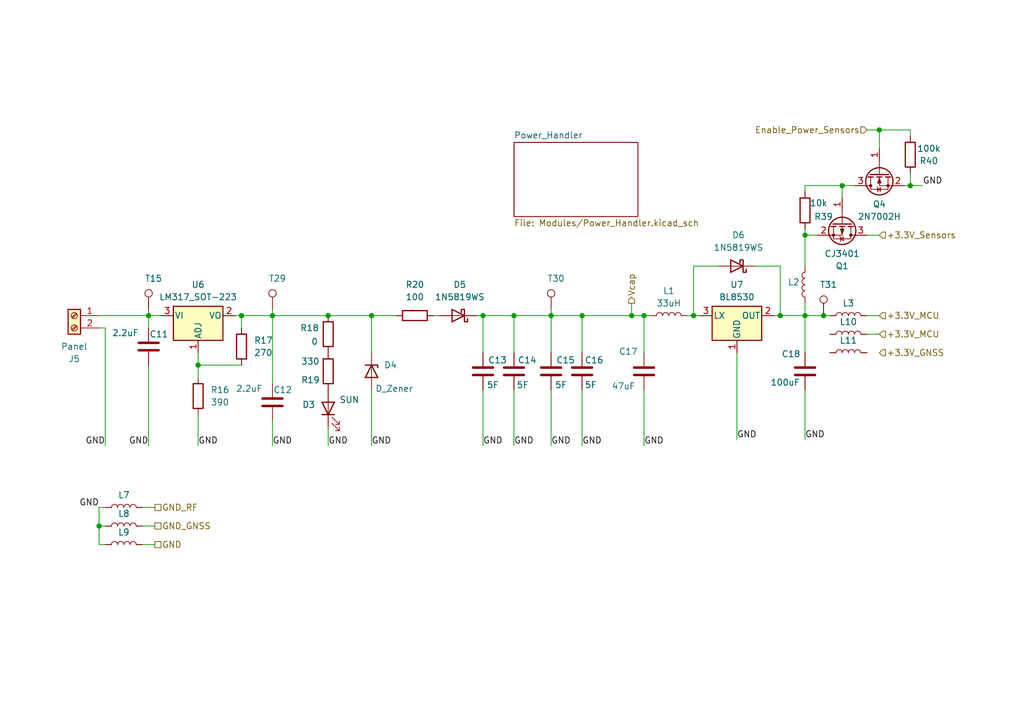
<source format=kicad_sch>
(kicad_sch (version 20231120) (generator "eeschema") (generator_version "8.0")
  (paper "A5")
  (title_block (title "RTC") (date "2024-04-17") (rev "1.0"))
  (lib_symbols
    (symbol "Connector:Screw_Terminal_01x02" (pin_names (offset 1.016) hide)
      (property "Reference" "J" (at 0 2.54 0))
      (property "Value" "Screw_Terminal_01x02" (at 0 -5.08 0))
      (symbol "Screw_Terminal_01x02_1_1"
        (rectangle (start -1.27 1.27) (end 1.27 -3.81) (stroke (width 0.254)) (fill (type background)))
        (circle (center 0 -2.54) (radius 0.635) (stroke (width 0.1524)))
        (polyline (pts (xy -0.5334 -2.2098) (xy 0.3302 -3.048)) (stroke (width 0.1524)))
        (polyline (pts (xy -0.5334 0.3302) (xy 0.3302 -0.508)) (stroke (width 0.1524)))
        (polyline (pts (xy -0.3556 -2.032) (xy 0.508 -2.8702)) (stroke (width 0.1524)))
        (polyline (pts (xy -0.3556 0.508) (xy 0.508 -0.3302)) (stroke (width 0.1524)))
        (circle (center 0 0) (radius 0.635) (stroke (width 0.1524)))
        (pin passive line (at -5.08 0 0) (length 3.81) (name "Pin_1") (number "1"))
        (pin passive line (at -5.08 -2.54 0) (length 3.81) (name "Pin_2") (number "2"))
      )
    )
    (symbol "Connector:TestPoint" (pin_numbers hide) (pin_names (offset 0.762) hide)
      (property "Reference" "TP" (at 0 6.858 0))
      (property "Value" "TestPoint" (at 0 5.08 0))
      (symbol "TestPoint_0_1"
        (circle (center 0 3.302) (radius 0.762))
      )
      (symbol "TestPoint_1_1"
        (pin passive line (at 0 0 90) (length 2.54) (name "1") (number "1"))
      )
    )
    (symbol "Device:C" (pin_numbers hide) (pin_names (offset 0.254))
      (property "Reference" "C" (at 0.635 2.54 0))
      (property "Value" "C" (at 0.635 -2.54 0))
      (symbol "C_0_1"
        (polyline (pts (xy -2.032 -0.762) (xy 2.032 -0.762)) (stroke (width 0.508)))
        (polyline (pts (xy -2.032 0.762) (xy 2.032 0.762)) (stroke (width 0.508)))
      )
      (symbol "C_1_1"
        (pin passive line (at 0 3.81 270) (length 2.794) (name "~") (number "1"))
        (pin passive line (at 0 -3.81 90) (length 2.794) (name "~") (number "2"))
      )
    )
    (symbol "Device:D_Zener" (pin_numbers hide) (pin_names (offset 1.016) hide)
      (property "Reference" "D" (at 0 2.54 0))
      (property "Value" "D_Zener" (at 0 -2.54 0))
      (symbol "D_Zener_0_1"
        (polyline (pts (xy 1.27 0) (xy -1.27 0)))
        (polyline (pts (xy -1.27 -1.27) (xy -1.27 1.27) (xy -0.762 1.27)) (stroke (width 0.254)))
        (polyline (pts (xy 1.27 -1.27) (xy 1.27 1.27) (xy -1.27 0) (xy 1.27 -1.27)) (stroke (width 0.254)))
      )
      (symbol "D_Zener_1_1"
        (pin passive line (at -3.81 0 0) (length 2.54) (name "K") (number "1"))
        (pin passive line (at 3.81 0 180) (length 2.54) (name "A") (number "2"))
      )
    )
    (symbol "Device:L" (pin_numbers hide) (pin_names (offset 1.016) hide)
      (property "Reference" "L" (at -1.27 0 90))
      (property "Value" "L" (at 1.905 0 90))
      (symbol "L_0_1"
        (arc (start 0 -2.54) (mid 0.6323 -1.905) (end 0 -1.27))
        (arc (start 0 -1.27) (mid 0.6323 -0.635) (end 0 0))
        (arc (start 0 0) (mid 0.6323 0.635) (end 0 1.27))
        (arc (start 0 1.27) (mid 0.6323 1.905) (end 0 2.54))
      )
      (symbol "L_1_1"
        (pin passive line (at 0 3.81 270) (length 1.27) (name "1") (number "1"))
        (pin passive line (at 0 -3.81 90) (length 1.27) (name "2") (number "2"))
      )
    )
    (symbol "Device:LED" (pin_numbers hide) (pin_names (offset 1.016) hide)
      (property "Reference" "D" (at 0 2.54 0))
      (property "Value" "LED" (at 0 -2.54 0))
      (symbol "LED_0_1"
        (polyline (pts (xy -1.27 -1.27) (xy -1.27 1.27)) (stroke (width 0.254)))
        (polyline (pts (xy -1.27 0) (xy 1.27 0)))
        (polyline (pts (xy 1.27 -1.27) (xy 1.27 1.27) (xy -1.27 0) (xy 1.27 -1.27)) (stroke (width 0.254)))
        (polyline (pts (xy -3.048 -0.762) (xy -4.572 -2.286) (xy -3.81 -2.286) (xy -4.572 -2.286) (xy -4.572 -1.524)))
        (polyline (pts (xy -1.778 -0.762) (xy -3.302 -2.286) (xy -2.54 -2.286) (xy -3.302 -2.286) (xy -3.302 -1.524)))
      )
      (symbol "LED_1_1"
        (pin passive line (at -3.81 0 0) (length 2.54) (name "K") (number "1"))
        (pin passive line (at 3.81 0 180) (length 2.54) (name "A") (number "2"))
      )
    )
    (symbol "Device:R" (pin_numbers hide) (pin_names (offset 0))
      (property "Reference" "R" (at 2.032 0 90))
      (property "Value" "R" (at 0 0 90))
      (symbol "R_0_1"
        (rectangle (start -1.016 -2.54) (end 1.016 2.54) (stroke (width 0.254)))
      )
      (symbol "R_1_1"
        (pin passive line (at 0 3.81 270) (length 1.27) (name "~") (number "1"))
        (pin passive line (at 0 -3.81 90) (length 1.27) (name "~") (number "2"))
      )
    )
    (symbol "Diode:1N5819WS" (pin_numbers hide) (pin_names (offset 1.016) hide)
      (property "Reference" "D" (at 0 2.54 0))
      (property "Value" "1N5819WS" (at 0 -2.54 0))
      (symbol "1N5819WS_0_1"
        (polyline (pts (xy 1.27 0) (xy -1.27 0)))
        (polyline (pts (xy 1.27 1.27) (xy 1.27 -1.27) (xy -1.27 0) (xy 1.27 1.27)) (stroke (width 0.254)))
        (polyline (pts (xy -1.905 0.635) (xy -1.905 1.27) (xy -1.27 1.27) (xy -1.27 -1.27) (xy -0.635 -1.27) (xy -0.635 -0.635)) (stroke (width 0.254)))
      )
      (symbol "1N5819WS_1_1"
        (pin passive line (at -3.81 0 0) (length 2.54) (name "K") (number "1"))
        (pin passive line (at 3.81 0 180) (length 2.54) (name "A") (number "2"))
      )
    )
    (symbol "Regulator_Linear:AP130-15Y" (pin_names (offset 0.254))
      (property "Reference" "U12" (at 0 6.35 0))
      (property "Value" "BL8530" (at 0 3.81 0))
      (symbol "AP130-15Y_0_1"
        (rectangle (start -5.08 1.905) (end 5.08 -5.08) (stroke (width 0.254)) (fill (type background)))
      )
      (symbol "AP130-15Y_1_1"
        (pin power_in line (at 0 -7.62 90) (length 2.54) (name "GND") (number "1"))
        (pin power_out line (at 7.62 0 180) (length 2.54) (name "OUT") (number "2"))
        (pin power_in line (at -7.62 0 0) (length 2.54) (name "LX") (number "3"))
      )
    )
    (symbol "Regulator_Linear:LM317_SOT-223" (pin_names (offset 0.254))
      (property "Reference" "U" (at -3.81 3.175 0))
      (property "Value" "LM317_SOT-223" (at 0 3.175 0))
      (symbol "LM317_SOT-223_0_1"
        (rectangle (start -5.08 1.905) (end 5.08 -5.08) (stroke (width 0.254)) (fill (type background)))
      )
      (symbol "LM317_SOT-223_1_1"
        (pin input line (at 0 -7.62 90) (length 2.54) (name "ADJ") (number "1"))
        (pin power_out line (at 7.62 0 180) (length 2.54) (name "VO") (number "2"))
        (pin power_in line (at -7.62 0 0) (length 2.54) (name "VI") (number "3"))
      )
    )
    (symbol "Transistor_FET:2N7002H" (pin_names hide)
      (property "Reference" "Q" (at 5.08 1.905 0))
      (property "Value" "2N7002H" (at 5.08 0 0))
      (symbol "2N7002H_0_1"
        (polyline (pts (xy 0.254 0) (xy -2.54 0)))
        (polyline (pts (xy 0.254 1.905) (xy 0.254 -1.905)) (stroke (width 0.254)))
        (polyline (pts (xy 0.762 -1.27) (xy 0.762 -2.286)) (stroke (width 0.254)))
        (polyline (pts (xy 0.762 0.508) (xy 0.762 -0.508)) (stroke (width 0.254)))
        (polyline (pts (xy 0.762 2.286) (xy 0.762 1.27)) (stroke (width 0.254)))
        (polyline (pts (xy 2.54 2.54) (xy 2.54 1.778)))
        (polyline (pts (xy 2.54 -2.54) (xy 2.54 0) (xy 0.762 0)))
        (polyline (pts (xy 0.762 -1.778) (xy 3.302 -1.778) (xy 3.302 1.778) (xy 0.762 1.778)))
        (polyline (pts (xy 1.016 0) (xy 2.032 0.381) (xy 2.032 -0.381) (xy 1.016 0)) (fill (type outline)))
        (polyline (pts (xy 2.794 0.508) (xy 2.921 0.381) (xy 3.683 0.381) (xy 3.81 0.254)))
        (polyline (pts (xy 3.302 0.381) (xy 2.921 -0.254) (xy 3.683 -0.254) (xy 3.302 0.381)))
        (circle (center 1.651 0) (radius 2.794) (stroke (width 0.254)))
        (circle (center 2.54 -1.778) (radius 0.254) (fill (type outline)))
        (circle (center 2.54 1.778) (radius 0.254) (fill (type outline)))
      )
      (symbol "2N7002H_1_1"
        (pin input line (at -5.08 0 0) (length 2.54) (name "G") (number "1"))
        (pin passive line (at 2.54 -5.08 90) (length 2.54) (name "S") (number "2"))
        (pin passive line (at 2.54 5.08 270) (length 2.54) (name "D") (number "3"))
      )
    )
    (symbol "Transistor_FET:AO3401A" (pin_names hide)
      (property "Reference" "Q" (at 5.08 1.905 0))
      (property "Value" "AO3401A" (at 5.08 0 0))
      (symbol "AO3401A_0_1"
        (polyline (pts (xy 0.254 0) (xy -2.54 0)))
        (polyline (pts (xy 0.254 1.905) (xy 0.254 -1.905)) (stroke (width 0.254)))
        (polyline (pts (xy 0.762 -1.27) (xy 0.762 -2.286)) (stroke (width 0.254)))
        (polyline (pts (xy 0.762 0.508) (xy 0.762 -0.508)) (stroke (width 0.254)))
        (polyline (pts (xy 0.762 2.286) (xy 0.762 1.27)) (stroke (width 0.254)))
        (polyline (pts (xy 2.54 2.54) (xy 2.54 1.778)))
        (polyline (pts (xy 2.54 -2.54) (xy 2.54 0) (xy 0.762 0)))
        (polyline (pts (xy 0.762 1.778) (xy 3.302 1.778) (xy 3.302 -1.778) (xy 0.762 -1.778)))
        (polyline (pts (xy 2.286 0) (xy 1.27 0.381) (xy 1.27 -0.381) (xy 2.286 0)) (fill (type outline)))
        (polyline (pts (xy 2.794 -0.508) (xy 2.921 -0.381) (xy 3.683 -0.381) (xy 3.81 -0.254)))
        (polyline (pts (xy 3.302 -0.381) (xy 2.921 0.254) (xy 3.683 0.254) (xy 3.302 -0.381)))
        (circle (center 1.651 0) (radius 2.794) (stroke (width 0.254)))
        (circle (center 2.54 -1.778) (radius 0.254) (fill (type outline)))
        (circle (center 2.54 1.778) (radius 0.254) (fill (type outline)))
      )
      (symbol "AO3401A_1_1"
        (pin input line (at -5.08 0 0) (length 2.54) (name "G") (number "1"))
        (pin passive line (at 2.54 -5.08 90) (length 2.54) (name "S") (number "2"))
        (pin passive line (at 2.54 5.08 270) (length 2.54) (name "D") (number "3"))
      )
    )
  )
  (junction (at 180.34 26.67))
  (junction (at 105.41 64.77))
  (junction (at 129.54 64.77))
  (junction (at 186.69 38.1))
  (junction (at 160.02 64.77))
  (junction (at 113.03 64.77))
  (junction (at 99.06 64.77))
  (junction (at 76.2 64.77))
  (junction (at 132.08 64.77))
  (junction (at 40.64 74.93))
  (junction (at 55.88 64.77))
  (junction (at 119.38 64.77))
  (junction (at 67.31 64.77))
  (junction (at 30.48 64.77))
  (junction (at 142.24 64.77))
  (junction (at 49.53 64.77))
  (junction (at 168.91 64.77))
  (junction (at 20.32 107.95))
  (junction (at 165.1 48.26))
  (junction (at 172.72 38.1))
  (junction (at 165.1 64.77))
  (wire (pts (xy 165.1 80.01) (xy 165.1 90.17)))
  (wire (pts (xy 20.32 104.14) (xy 21.59 104.14)))
  (wire (pts (xy 165.1 64.77) (xy 168.91 64.77)))
  (wire (pts (xy 142.24 64.77) (xy 143.51 64.77)))
  (wire (pts (xy 29.21 104.14) (xy 31.75 104.14)))
  (wire (pts (xy 55.88 86.36) (xy 55.88 91.44)))
  (wire (pts (xy 88.9 64.77) (xy 90.17 64.77)))
  (wire (pts (xy 55.88 64.77) (xy 67.31 64.77)))
  (wire (pts (xy 40.64 72.39) (xy 40.64 74.93)))
  (wire (pts (xy 55.88 78.74) (xy 55.88 64.77)))
  (wire (pts (xy 140.97 64.77) (xy 142.24 64.77)))
  (wire (pts (xy 105.41 64.77) (xy 113.03 64.77)))
  (wire (pts (xy 29.21 107.95) (xy 31.75 107.95)))
  (wire (pts (xy 99.06 72.39) (xy 99.06 64.77)))
  (wire (pts (xy 160.02 64.77) (xy 158.75 64.77)))
  (wire (pts (xy 30.48 63.5) (xy 30.48 64.77)))
  (wire (pts (xy 105.41 64.77) (xy 105.41 72.39)))
  (wire (pts (xy 113.03 63.5) (xy 113.03 64.77)))
  (wire (pts (xy 165.1 38.1) (xy 172.72 38.1)))
  (wire (pts (xy 49.53 74.93) (xy 40.64 74.93)))
  (wire (pts (xy 99.06 80.01) (xy 99.06 91.44)))
  (wire (pts (xy 165.1 38.1) (xy 165.1 39.37)))
  (wire (pts (xy 21.59 107.95) (xy 20.32 107.95)))
  (wire (pts (xy 165.1 46.99) (xy 165.1 48.26)))
  (wire (pts (xy 186.69 35.56) (xy 186.69 38.1)))
  (wire (pts (xy 168.91 64.77) (xy 170.18 64.77)))
  (wire (pts (xy 186.69 38.1) (xy 185.42 38.1)))
  (wire (pts (xy 165.1 72.39) (xy 165.1 64.77)))
  (wire (pts (xy 113.03 64.77) (xy 113.03 72.39)))
  (wire (pts (xy 165.1 64.77) (xy 160.02 64.77)))
  (wire (pts (xy 49.53 64.77) (xy 55.88 64.77)))
  (wire (pts (xy 30.48 64.77) (xy 30.48 67.31)))
  (wire (pts (xy 177.8 26.67) (xy 180.34 26.67)))
  (wire (pts (xy 67.31 87.63) (xy 67.31 91.44)))
  (wire (pts (xy 154.94 54.61) (xy 160.02 54.61)))
  (wire (pts (xy 20.32 64.77) (xy 30.48 64.77)))
  (wire (pts (xy 129.54 64.77) (xy 132.08 64.77)))
  (wire (pts (xy 132.08 64.77) (xy 133.35 64.77)))
  (wire (pts (xy 20.32 111.76) (xy 20.32 107.95)))
  (wire (pts (xy 180.34 30.48) (xy 180.34 26.67)))
  (wire (pts (xy 76.2 80.01) (xy 76.2 91.44)))
  (wire (pts (xy 142.24 54.61) (xy 142.24 64.77)))
  (wire (pts (xy 165.1 48.26) (xy 167.64 48.26)))
  (wire (pts (xy 186.69 26.67) (xy 186.69 27.94)))
  (wire (pts (xy 20.32 104.14) (xy 20.32 107.95)))
  (wire (pts (xy 132.08 80.01) (xy 132.08 91.44)))
  (wire (pts (xy 165.1 54.61) (xy 165.1 48.26)))
  (wire (pts (xy 165.1 62.23) (xy 165.1 64.77)))
  (wire (pts (xy 21.59 67.31) (xy 20.32 67.31)))
  (wire (pts (xy 189.23 38.1) (xy 186.69 38.1)))
  (wire (pts (xy 40.64 74.93) (xy 40.64 77.47)))
  (wire (pts (xy 21.59 91.44) (xy 21.59 67.31)))
  (wire (pts (xy 76.2 64.77) (xy 76.2 72.39)))
  (wire (pts (xy 99.06 64.77) (xy 105.41 64.77)))
  (wire (pts (xy 119.38 64.77) (xy 129.54 64.77)))
  (wire (pts (xy 30.48 64.77) (xy 33.02 64.77)))
  (wire (pts (xy 76.2 64.77) (xy 81.28 64.77)))
  (wire (pts (xy 48.26 64.77) (xy 49.53 64.77)))
  (wire (pts (xy 113.03 64.77) (xy 119.38 64.77)))
  (wire (pts (xy 177.8 68.58) (xy 180.34 68.58)))
  (wire (pts (xy 172.72 38.1) (xy 175.26 38.1)))
  (wire (pts (xy 97.79 64.77) (xy 99.06 64.77)))
  (wire (pts (xy 113.03 80.01) (xy 113.03 91.44)))
  (wire (pts (xy 49.53 64.77) (xy 49.53 67.31)))
  (wire (pts (xy 119.38 80.01) (xy 119.38 91.44)))
  (wire (pts (xy 129.54 62.23) (xy 129.54 64.77)))
  (wire (pts (xy 147.32 54.61) (xy 142.24 54.61)))
  (wire (pts (xy 21.59 111.76) (xy 20.32 111.76)))
  (wire (pts (xy 151.13 72.39) (xy 151.13 90.17)))
  (wire (pts (xy 177.8 64.77) (xy 180.34 64.77)))
  (wire (pts (xy 55.88 63.5) (xy 55.88 64.77)))
  (wire (pts (xy 40.64 85.09) (xy 40.64 91.44)))
  (wire (pts (xy 172.72 38.1) (xy 172.72 40.64)))
  (wire (pts (xy 180.34 26.67) (xy 186.69 26.67)))
  (wire (pts (xy 67.31 64.77) (xy 76.2 64.77)))
  (wire (pts (xy 177.8 48.26) (xy 180.34 48.26)))
  (wire (pts (xy 30.48 74.93) (xy 30.48 91.44)))
  (wire (pts (xy 29.21 111.76) (xy 31.75 111.76)))
  (wire (pts (xy 119.38 64.77) (xy 119.38 72.39)))
  (wire (pts (xy 105.41 80.01) (xy 105.41 91.44)))
  (wire (pts (xy 160.02 54.61) (xy 160.02 64.77)))
  (wire (pts (xy 132.08 64.77) (xy 132.08 72.39)))
  (label "GND" (at 113.03 91.44 0))
  (label "GND" (at 189.23 38.1 0))
  (label "GND" (at 76.2 91.44 0))
  (label "GND" (at 30.48 91.44 180))
  (label "GND" (at 105.41 91.44 0))
  (label "GND" (at 20.32 104.14 180))
  (label "GND" (at 119.38 91.44 0))
  (label "GND" (at 132.08 91.44 0))
  (label "GND" (at 165.1 90.17 0))
  (label "GND" (at 67.31 91.44 0))
  (label "GND" (at 55.88 91.44 0))
  (label "GND" (at 151.13 90.17 0))
  (label "GND" (at 40.64 91.44 0))
  (label "GND" (at 21.59 91.44 180))
  (label "GND" (at 99.06 91.44 0))
  (hierarchical_label "+3.3V_MCU" (shape input) (at 180.34 64.77 0))
  (hierarchical_label "GND_GNSS" (shape passive) (at 31.75 107.95 0))
  (hierarchical_label "+3.3V_MCU" (shape input) (at 180.34 68.58 0))
  (hierarchical_label "GND" (shape passive) (at 31.75 111.76 0))
  (hierarchical_label "Enable_Power_Sensors" (shape input) (at 177.8 26.67 180))
  (hierarchical_label "Vcap" (shape output) (at 129.54 62.23 90))
  (hierarchical_label "+3.3V_GNSS" (shape input) (at 180.34 72.39 0))
  (hierarchical_label "+3.3V_Sensors" (shape input) (at 180.34 48.26 0))
  (hierarchical_label "GND_RF" (shape passive) (at 31.75 104.14 0))
  (symbol (lib_id "Device:C") (at 113.03 76.2 0) (unit 1)
    (property "Reference" "C15" (at 114.046 73.914 0) (effects (justify left)))
    (property "Value" "5F" (at 113.792 78.994 0) (effects (justify left)))
    (property "Footprint" "Capacitor_THT:C_Radial_D10.0mm_H20.0mm_P5.00mm" (effects (hide yes)))
  )
  (symbol (lib_id "Device:C") (at 55.88 82.55 180) (unit 1)
    (property "Reference" "C12" (at 59.944 80.01 0) (effects (justify left)))
    (property "Value" "2.2uF" (at 53.848 79.756 0) (effects (justify left)))
    (property "Footprint" "Capacitor_SMD:C_0603_1608Metric" (effects (hide yes)))
  )
  (symbol (lib_id "Device:LED") (at 67.31 83.82 90) (unit 1)
    (property "Reference" "D3" (at 61.976 83.058 90) (effects (justify right)))
    (property "Value" "SUN" (at 69.596 82.042 90) (effects (justify right)))
    (property "Footprint" "LED_SMD:LED_0603_1608Metric" (effects (hide yes)))
    (property "Description" "Light emitting diode" (effects (hide yes)))
  )
  (symbol (lib_id "Device:C") (at 165.1 76.2 0) (unit 1)
    (property "Reference" "C18" (at 160.274 72.644 0) (effects (justify left)))
    (property "Value" "100uF" (at 157.988 78.486 0) (effects (justify left)))
    (property "Footprint" "Capacitor_SMD:C_0805_2012Metric" (effects (hide yes)))
  )
  (symbol (lib_id "Device:L") (at 173.99 72.39 90) (unit 1)
    (property "Reference" "L11" (at 173.99 69.85 90))
    (property "Value" "MPZ1608S101ATAH0" (effects (hide yes)))
    (property "Footprint" "Inductor_SMD:L_0603_1608Metric" (effects (hide yes)))
    (property "Description" "Inductor" (effects (hide yes)))
  )
  (symbol (lib_id "Device:L") (at 25.4 111.76 90) (unit 1)
    (property "Reference" "L9" (at 25.4 109.22 90))
    (property "Value" "MPZ1608S101ATAH0" (effects (hide yes)))
    (property "Footprint" "Inductor_SMD:L_0603_1608Metric" (effects (hide yes)))
    (property "Description" "Inductor" (effects (hide yes)))
  )
  (symbol (lib_id "Transistor_FET:2N7002H") (at 180.34 35.56 90) (mirror x) (unit 1)
    (property "Reference" "Q4" (at 180.34 41.91 90))
    (property "Value" "2N7002H" (at 180.34 44.45 90))
    (property "Footprint" "Package_TO_SOT_SMD:SOT-23" (effects (hide yes)))
    (property "Datasheet" "http://www.diodes.com/assets/Datasheets/2N7002H.pdf" (effects (hide yes)))
    (property "Description" "0.21A Id, 60V Vds, N-Channel MOSFET, SOT-23" (effects (hide yes)))
  )
  (symbol (lib_id "Device:R") (at 40.64 81.28 180) (unit 1)
    (property "Reference" "R16" (at 43.18 80.0099 0) (effects (justify right)))
    (property "Value" "390" (at 43.18 82.5499 0) (effects (justify right)))
    (property "Footprint" "Resistor_SMD:R_0603_1608Metric" (effects (hide yes)))
  )
  (symbol (lib_id "Regulator_Linear:AP130-15Y") (at 151.13 64.77 0) (unit 1)
    (property "Reference" "U7" (at 151.13 58.42 0))
    (property "Value" "BL8530" (at 151.13 60.96 0))
    (property "Footprint" "Package_TO_SOT_SMD:SOT-89-3" (effects (hide yes)))
    (property "Datasheet" "https://www.diodes.com/assets/Datasheets/AP130.pdf" (effects (hide yes)))
    (property "Description" "0.3A Low Dropout regulator, positive, 1.5V fixed output, SOT-89" (effects (hide yes)))
  )
  (symbol (lib_id "Device:R") (at 67.31 76.2 0) (mirror x) (unit 1)
    (property "Reference" "R19" (at 61.722 77.978 0) (effects (justify left)))
    (property "Value" "330" (at 61.722 74.168 0) (effects (justify left)))
    (property "Footprint" "Resistor_SMD:R_0603_1608Metric" (effects (hide yes)))
  )
  (symbol (lib_id "Transistor_FET:AO3401A") (at 172.72 45.72 270) (unit 1)
    (property "Reference" "Q1" (at 172.72 54.61 90))
    (property "Value" "CJ3401" (at 172.72 52.07 90))
    (property "Footprint" "Package_TO_SOT_SMD:SOT-23" (effects (hide yes)))
    (property "Datasheet" "http://www.aosmd.com/pdfs/datasheet/AO3401A.pdf" (effects (hide yes)))
    (property "Description" "-4.0A Id, -30V Vds, P-Channel MOSFET, SOT-23" (effects (hide yes)))
  )
  (symbol (lib_id "Connector:TestPoint") (at 55.88 63.5 0) (unit 1)
    (property "Reference" "T29" (at 56.896 57.15 0))
    (property "Value" "TP" (effects (hide yes)))
    (property "Footprint" "TestPoint:TestPoint_Pad_D1.0mm" (effects (hide yes)))
    (property "Description" "test point" (effects (hide yes)))
  )
  (symbol (lib_id "Diode:1N5819WS") (at 151.13 54.61 180) (unit 1)
    (property "Reference" "D6" (at 151.4475 48.26 0))
    (property "Value" "1N5819WS" (at 151.4475 50.8 0))
    (property "Footprint" "Diode_SMD:D_SOD-323" (effects (hide yes)))
    (property "Datasheet" "https://datasheet.lcsc.com/lcsc/2204281430_Guangdong-Hottech-1N5819WS_C191023.pdf" (effects (hide yes)))
    (property "Description" "40V 600mV@1A 1A SOD-323 Schottky Barrier Diodes, SOD-323" (effects (hide yes)))
  )
  (symbol (lib_id "Device:D_Zener") (at 76.2 76.2 270) (unit 1)
    (property "Reference" "D4" (at 78.74 74.9299 90) (effects (justify left)))
    (property "Value" "D_Zener" (at 76.962 79.756 90) (effects (justify left)))
    (property "Description" "Zener diode" (effects (hide yes)))
  )
  (symbol (lib_id "Diode:1N5819WS") (at 93.98 64.77 180) (unit 1)
    (property "Reference" "D5" (at 94.2975 58.42 0))
    (property "Value" "1N5819WS" (at 94.2975 60.96 0))
    (property "Footprint" "Diode_SMD:D_SOD-323" (effects (hide yes)))
    (property "Datasheet" "https://datasheet.lcsc.com/lcsc/2204281430_Guangdong-Hottech-1N5819WS_C191023.pdf" (effects (hide yes)))
    (property "Description" "40V 600mV@1A 1A SOD-323 Schottky Barrier Diodes, SOD-323" (effects (hide yes)))
  )
  (symbol (lib_id "Device:R") (at 67.31 68.58 180) (unit 1)
    (property "Reference" "R18" (at 63.5 67.31 0))
    (property "Value" "0" (at 64.516 70.104 0))
    (property "Footprint" "Resistor_SMD:R_0603_1608Metric" (effects (hide yes)))
  )
  (symbol (lib_id "Device:R") (at 49.53 71.12 180) (unit 1)
    (property "Reference" "R17" (at 52.07 69.8499 0) (effects (justify right)))
    (property "Value" "270" (at 52.07 72.3899 0) (effects (justify right)))
    (property "Footprint" "Resistor_SMD:R_0603_1608Metric" (effects (hide yes)))
  )
  (symbol (lib_id "Device:R") (at 85.09 64.77 90) (unit 1)
    (property "Reference" "R20" (at 85.09 58.42 90))
    (property "Value" "100" (at 85.09 60.96 90))
    (property "Footprint" "Resistor_SMD:R_1206_3216Metric" (effects (hide yes)))
    (property "Description" "Resistor" (effects (hide yes)))
  )
  (symbol (lib_id "Regulator_Linear:LM317_SOT-223") (at 40.64 64.77 0) (unit 1)
    (property "Reference" "U6" (at 40.64 58.42 0))
    (property "Value" "LM317_SOT-223" (at 40.64 60.96 0))
    (property "Footprint" "Package_TO_SOT_SMD:SOT-223-3_TabPin2" (effects (hide yes)))
    (property "Datasheet" "http://www.ti.com/lit/ds/symlink/lm317.pdf" (effects (hide yes)))
    (property "Description" "1.5A 35V Adjustable Linear Regulator, SOT-223" (effects (hide yes)))
  )
  (symbol (lib_id "Device:C") (at 105.41 76.2 0) (unit 1)
    (property "Reference" "C14" (at 106.172 73.914 0) (effects (justify left)))
    (property "Value" "5F" (at 105.918 78.994 0) (effects (justify left)))
    (property "Footprint" "Capacitor_THT:C_Radial_D10.0mm_H20.0mm_P5.00mm" (effects (hide yes)))
  )
  (symbol (lib_id "Device:L") (at 25.4 104.14 90) (unit 1)
    (property "Reference" "L7" (at 25.4 101.6 90))
    (property "Value" "MPZ1608S101ATAH0" (effects (hide yes)))
    (property "Footprint" "Inductor_SMD:L_0603_1608Metric" (effects (hide yes)))
    (property "Description" "Inductor" (effects (hide yes)))
  )
  (symbol (lib_id "Connector:Screw_Terminal_01x02") (at 15.24 64.77 0) (mirror y) (unit 1)
    (property "Reference" "J5" (at 15.24 73.66 0))
    (property "Value" "Panel" (at 15.24 71.12 0))
    (property "Footprint" "Connector_Phoenix_MSTB:PhoenixContact_MSTBA_2,5_2-G-5,08_1x02_P5.08mm_Horizontal" (effects (hide yes)))
  )
  (symbol (lib_id "Device:L") (at 173.99 68.58 90) (unit 1)
    (property "Reference" "L10" (at 173.99 66.04 90))
    (property "Value" "MPZ1608S101ATAH0" (effects (hide yes)))
    (property "Footprint" "Inductor_SMD:L_0603_1608Metric" (effects (hide yes)))
    (property "Description" "Inductor" (effects (hide yes)))
  )
  (symbol (lib_id "Connector:TestPoint") (at 168.91 64.77 0) (unit 1)
    (property "Reference" "T31" (at 169.926 58.42 0))
    (property "Value" "TP" (effects (hide yes)))
    (property "Footprint" "TestPoint:TestPoint_Pad_D1.0mm" (effects (hide yes)))
    (property "Description" "test point" (effects (hide yes)))
  )
  (symbol (lib_id "Device:L") (at 25.4 107.95 90) (unit 1)
    (property "Reference" "L8" (at 25.4 105.41 90))
    (property "Value" "MPZ1608S101ATAH0" (effects (hide yes)))
    (property "Footprint" "Inductor_SMD:L_0603_1608Metric" (effects (hide yes)))
    (property "Description" "Inductor" (effects (hide yes)))
  )
  (symbol (lib_id "Connector:TestPoint") (at 113.03 63.5 0) (unit 1)
    (property "Reference" "T30" (at 114.046 57.15 0))
    (property "Value" "TP" (effects (hide yes)))
    (property "Footprint" "TestPoint:TestPoint_Pad_D1.0mm" (effects (hide yes)))
    (property "Description" "test point" (effects (hide yes)))
  )
  (symbol (lib_id "Device:C") (at 119.38 76.2 0) (unit 1)
    (property "Reference" "C16" (at 119.888 73.914 0) (effects (justify left)))
    (property "Value" "5F" (at 119.888 78.994 0) (effects (justify left)))
    (property "Footprint" "Capacitor_THT:C_Radial_D10.0mm_H20.0mm_P5.00mm" (effects (hide yes)))
  )
  (symbol (lib_id "Device:L") (at 137.16 64.77 90) (unit 1)
    (property "Reference" "L1" (at 137.16 59.69 90))
    (property "Value" "33uH" (at 137.16 62.23 90))
    (property "Footprint" "Inductor_SMD:L_Sumida_CDMC6D28_7.25x6.5mm" (effects (hide yes)))
    (property "Description" "Inductor" (effects (hide yes)))
  )
  (symbol (lib_id "Device:C") (at 132.08 76.2 180) (unit 1)
    (property "Reference" "C17" (at 130.81 72.136 0) (effects (justify left)))
    (property "Value" "47uF" (at 130.302 79.248 0) (effects (justify left)))
    (property "Footprint" "Capacitor_SMD:C_0603_1608Metric" (effects (hide yes)))
  )
  (symbol (lib_id "Device:L") (at 173.99 64.77 90) (unit 1)
    (property "Reference" "L3" (at 173.99 62.23 90))
    (property "Value" "MPZ1608S101ATAH0" (effects (hide yes)))
    (property "Footprint" "Inductor_SMD:L_0603_1608Metric" (effects (hide yes)))
    (property "Description" "Inductor" (effects (hide yes)))
  )
  (symbol (lib_id "Device:L") (at 165.1 58.42 180) (unit 1)
    (property "Reference" "L2" (at 161.544 57.912 0) (effects (justify right)))
    (property "Value" "MPZ1608S101ATAH0" (effects (hide yes)))
    (property "Footprint" "Inductor_SMD:L_0603_1608Metric" (effects (hide yes)))
    (property "Description" "Inductor" (effects (hide yes)))
  )
  (symbol (lib_id "Device:C") (at 30.48 71.12 180) (unit 1)
    (property "Reference" "C11" (at 34.544 68.58 0) (effects (justify left)))
    (property "Value" "2.2uF" (at 28.448 68.326 0) (effects (justify left)))
    (property "Footprint" "Capacitor_SMD:C_0603_1608Metric" (effects (hide yes)))
  )
  (symbol (lib_id "Device:C") (at 99.06 76.2 0) (unit 1)
    (property "Reference" "C13" (at 100.076 73.914 0) (effects (justify left)))
    (property "Value" "5F" (at 99.822 78.994 0) (effects (justify left)))
    (property "Footprint" "Capacitor_THT:C_Radial_D10.0mm_H20.0mm_P5.00mm" (effects (hide yes)))
  )
  (symbol (lib_id "Connector:TestPoint") (at 30.48 63.5 0) (unit 1)
    (property "Reference" "T15" (at 31.496 57.15 0))
    (property "Value" "TP" (effects (hide yes)))
    (property "Footprint" "TestPoint:TestPoint_Pad_D1.0mm" (effects (hide yes)))
    (property "Description" "test point" (effects (hide yes)))
  )
  (symbol (lib_id "Device:R") (at 186.69 31.75 0) (unit 1)
    (property "Reference" "R40" (at 190.5 33.02 0))
    (property "Value" "100k" (at 190.5 30.48 0))
    (property "Footprint" "Resistor_SMD:R_0603_1608Metric" (effects (hide yes)))
  )
  (symbol (lib_id "Device:R") (at 165.1 43.18 0) (unit 1)
    (property "Reference" "R39" (at 168.91 44.45 0))
    (property "Value" "10k" (at 167.894 41.656 0))
    (property "Footprint" "Resistor_SMD:R_0603_1608Metric" (effects (hide yes)))
  )
  (sheet (at 105.41 29.21) (size 25.4 15.24) (stroke (width 0.1524))
    (property "Sheetname" "Power_Handler" (at 105.41 28.4984 0) (effects (justify left bottom)))
    (property "Sheetfile" "Modules/Power_Handler.kicad_sch" (at 105.41 45.0346 0) (effects (justify left top)))
  )
)
</source>
